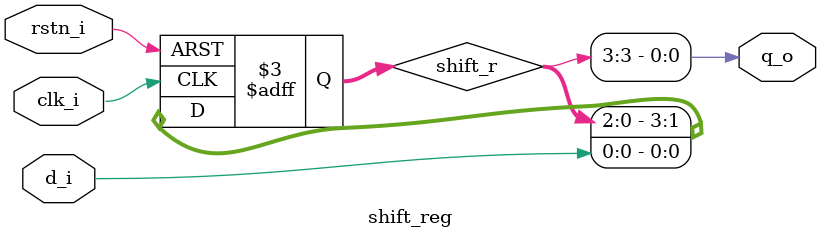
<source format=sv>
module shift_reg
#(
    parameter WIDTH = 4
) (
    // clk, rst
    input   clk_i,
    input   rstn_i,

    // io
    input   logic  d_i,
    output  logic  q_o
);

    // shift reg
    logic [WIDTH-1 : 0] shift_r;

    always_ff @(posedge clk_i or negedge rstn_i) begin : shift_reg_ff
        if (!rstn_i) begin
            shift_r <= '0;
        end
        else begin
            // shift left
            // LSB: new data
            // MSB: old data
            shift_r <= {shift_r[WIDTH-2 : 0], d_i};
        end
    end

    // last reg is output
    assign q_o = shift_r[WIDTH-1];
    
endmodule
</source>
